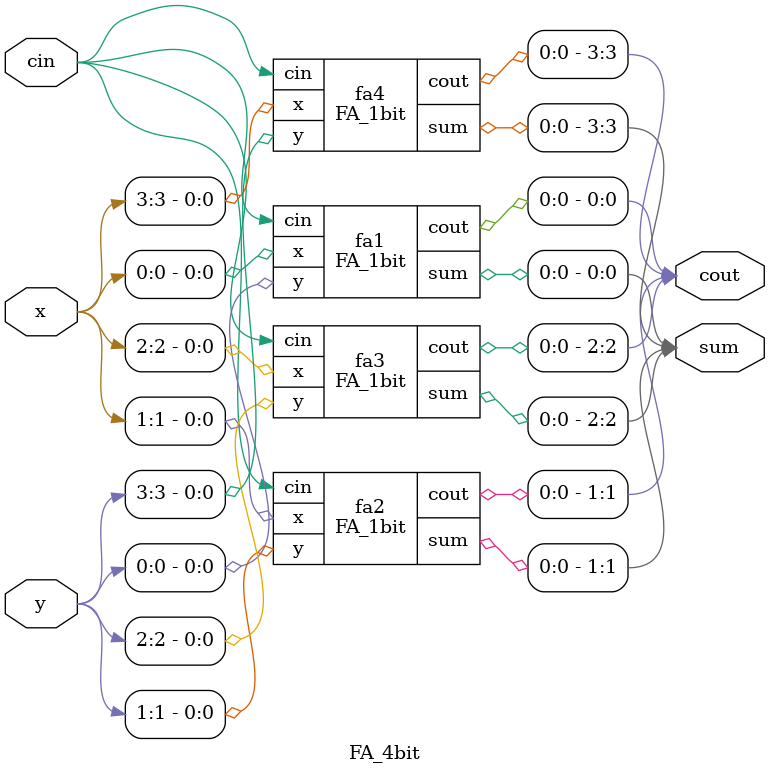
<source format=v>
`timescale 1ns / 1ps


module FA_1bit(
    input x,
    input y,
    input cin,
    output cout,
    output sum);

assign {cout, sum} = x + y + cin;
endmodule

module FA_4bit(
    input [3:0]x,
    input [3:0]y,
    input cin,
    output [3:0]cout,
    output [3:0]sum);

    FA_1bit fa1 (x[0], y[0], cin, cout[0], sum[0]);
    FA_1bit fa2 (x[1], y[1], cin, cout[1], sum[1]);
    FA_1bit fa3 (x[2], y[2], cin, cout[2], sum[2]);
    FA_1bit fa4 (x[3], y[3], cin, cout[3], sum[3]);
    
endmodule
</source>
